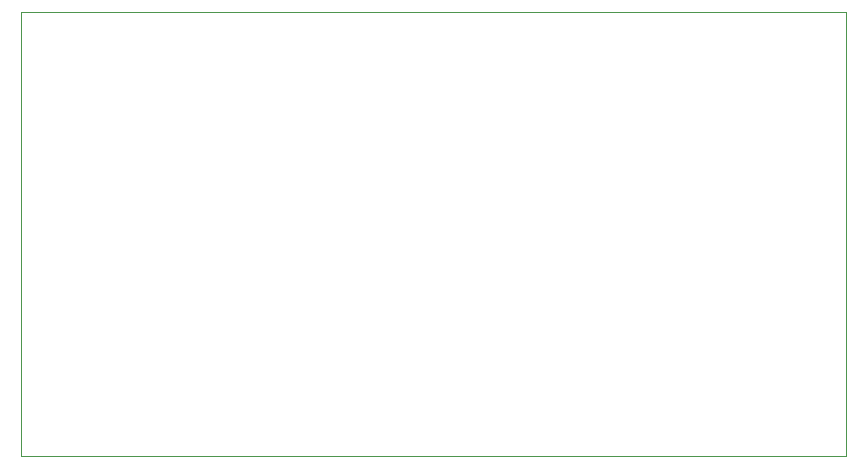
<source format=gbr>
G04 #@! TF.GenerationSoftware,KiCad,Pcbnew,(5.1.2-1)-1*
G04 #@! TF.CreationDate,2021-07-21T16:43:49-04:00*
G04 #@! TF.ProjectId,Four_Step_Sequencer,466f7572-5f53-4746-9570-5f5365717565,rev?*
G04 #@! TF.SameCoordinates,Original*
G04 #@! TF.FileFunction,Profile,NP*
%FSLAX46Y46*%
G04 Gerber Fmt 4.6, Leading zero omitted, Abs format (unit mm)*
G04 Created by KiCad (PCBNEW (5.1.2-1)-1) date 2021-07-21 16:43:49*
%MOMM*%
%LPD*%
G04 APERTURE LIST*
%ADD10C,0.050000*%
G04 APERTURE END LIST*
D10*
X82042000Y-12192000D02*
X12192000Y-12192000D01*
X82042000Y-49784000D02*
X82042000Y-12192000D01*
X12192000Y-49784000D02*
X82042000Y-49784000D01*
X12192000Y-12192000D02*
X12192000Y-49784000D01*
M02*

</source>
